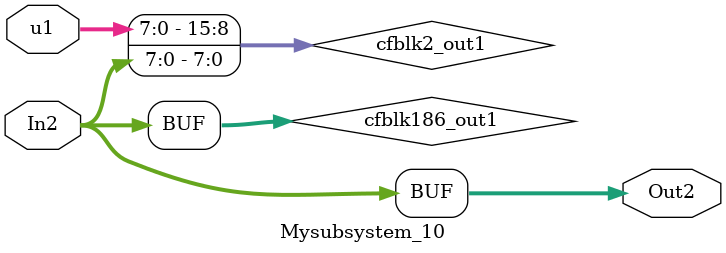
<source format=v>



`timescale 1 ns / 1 ns

module Mysubsystem_10
          (In2,
           u1,
           Out2);


  input   [7:0] In2;  // uint8
  input   [7:0] u1;  // uint8
  output  [7:0] Out2;  // uint8


  wire [15:0] cfblk2_out1;  // uint16
  wire [7:0] cfblk186_out1;  // uint8


  assign cfblk2_out1 = {u1, In2};



  assign cfblk186_out1 = cfblk2_out1[7:0];



  assign Out2 = cfblk186_out1;

endmodule  // Mysubsystem_10


</source>
